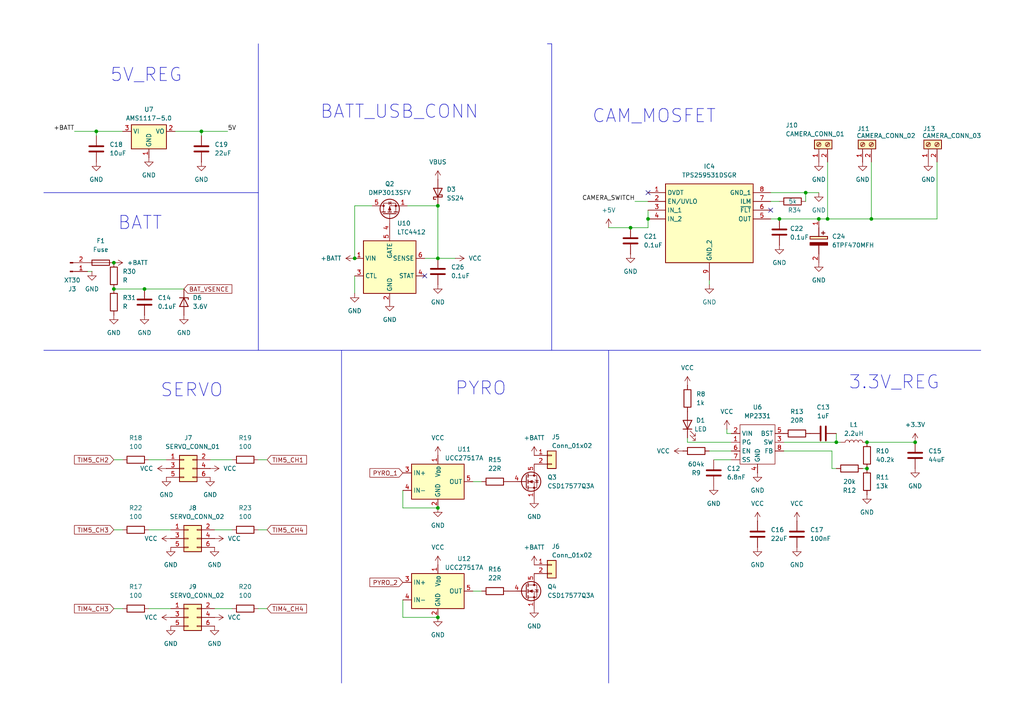
<source format=kicad_sch>
(kicad_sch (version 20250114) (generator "eeschema") (generator_version "9.0")
  (paper "A4")
  (lib_symbols
    (symbol "6TPF470MFH:6TPF470MFH" (pin_names (hide yes))
      (property "Reference" "C" (at 8.89 6.35 0))
      (property "Value" "6TPF470MFH" (at 8.89 3.81 0))
      (symbol "6TPF470MFH_1_1"
        (pin passive line (at 0 0 0) (length 2.54) (name "+") (number "1"))
        (pin passive line (at 12.7 0 180) (length 2.54) (name "-") (number "2"))
      )
    )
    (symbol "Connector:Conn_01x02_Pin" (pin_names (offset 1.016) (hide yes))
      (property "Reference" "J" (at 0 2.54 0))
      (property "Value" "Conn_01x02_Pin" (at 0 -5.08 0))
      (symbol "Conn_01x02_Pin_1_1"
        (pin passive line (at 5.08 0 180) (length 3.81) (name "Pin_1") (number "1"))
        (pin passive line (at 5.08 -2.54 180) (length 3.81) (name "Pin_2") (number "2"))
      )
    )
    (symbol "Connector:Screw_Terminal_01x02" (pin_names (offset 1.016) (hide yes))
      (property "Reference" "J" (at 0 2.54 0))
      (property "Value" "Screw_Terminal_01x02" (at 0 -5.08 0))
      (symbol "Screw_Terminal_01x02_1_1"
        (pin passive line (at -5.08 0 0) (length 3.81) (name "Pin_1") (number "1"))
        (pin passive line (at -5.08 -2.54 0) (length 3.81) (name "Pin_2") (number "2"))
      )
    )
    (symbol "Connector_Generic:Conn_01x02" (pin_names (offset 1.016) (hide yes))
      (property "Reference" "J" (at 0 2.54 0))
      (property "Value" "Conn_01x02" (at 0 -5.08 0))
      (symbol "Conn_01x02_1_1"
        (pin passive line (at -5.08 0 0) (length 3.81) (name "Pin_1") (number "1"))
        (pin passive line (at -5.08 -2.54 0) (length 3.81) (name "Pin_2") (number "2"))
      )
    )
    (symbol "Connector_Generic:Conn_02x03_Odd_Even" (pin_names (offset 1.016) (hide yes))
      (property "Reference" "J" (at 1.27 5.08 0))
      (property "Value" "Conn_02x03_Odd_Even" (at 1.27 -5.08 0))
      (symbol "Conn_02x03_Odd_Even_1_1"
        (pin passive line (at -5.08 2.54 0) (length 3.81) (name "Pin_1") (number "1"))
        (pin passive line (at -5.08 0 0) (length 3.81) (name "Pin_3") (number "3"))
        (pin passive line (at -5.08 -2.54 0) (length 3.81) (name "Pin_5") (number "5"))
        (pin passive line (at 7.62 2.54 180) (length 3.81) (name "Pin_2") (number "2"))
        (pin passive line (at 7.62 0 180) (length 3.81) (name "Pin_4") (number "4"))
        (pin passive line (at 7.62 -2.54 180) (length 3.81) (name "Pin_6") (number "6"))
      )
    )
    (symbol "Device:C" (pin_numbers (hide yes)) (pin_names (offset 0.254))
      (property "Reference" "C" (at 0.635 2.54 0))
      (property "Value" "C" (at 0.635 -2.54 0))
      (symbol "C_1_1"
        (pin passive line (at 0 3.81 270) (length 2.794) (name "~") (number "1"))
        (pin passive line (at 0 -3.81 90) (length 2.794) (name "~") (number "2"))
      )
    )
    (symbol "Device:D_Zener" (pin_numbers (hide yes)) (pin_names (offset 1.016) (hide yes))
      (property "Reference" "D" (at 0 2.54 0))
      (property "Value" "D_Zener" (at 0 -2.54 0))
      (symbol "D_Zener_1_1"
        (pin passive line (at -3.81 0 0) (length 2.54) (name "K") (number "1"))
        (pin passive line (at 3.81 0 180) (length 2.54) (name "A") (number "2"))
      )
    )
    (symbol "Device:Fuse" (pin_numbers (hide yes)) (pin_names (offset 0))
      (property "Reference" "F" (at 2.032 0 90))
      (property "Value" "Fuse" (at -1.905 0 90))
      (symbol "Fuse_1_1"
        (pin passive line (at 0 3.81 270) (length 1.27) (name "~") (number "1"))
        (pin passive line (at 0 -3.81 90) (length 1.27) (name "~") (number "2"))
      )
    )
    (symbol "Device:L" (pin_numbers (hide yes)) (pin_names (offset 1.016) (hide yes))
      (property "Reference" "L" (at -1.27 0 90))
      (property "Value" "L" (at 1.905 0 90))
      (symbol "L_1_1"
        (pin passive line (at 0 3.81 270) (length 1.27) (name "1") (number "1"))
        (pin passive line (at 0 -3.81 90) (length 1.27) (name "2") (number "2"))
      )
    )
    (symbol "Device:LED" (pin_numbers (hide yes)) (pin_names (offset 1.016) (hide yes))
      (property "Reference" "D" (at 0 2.54 0))
      (property "Value" "LED" (at 0 -2.54 0))
      (symbol "LED_1_1"
        (pin passive line (at -3.81 0 0) (length 2.54) (name "K") (number "1"))
        (pin passive line (at 3.81 0 180) (length 2.54) (name "A") (number "2"))
      )
    )
    (symbol "Device:R" (pin_numbers (hide yes)) (pin_names (offset 0))
      (property "Reference" "R" (at 2.032 0 90))
      (property "Value" "R" (at 0 0 90))
      (symbol "R_1_1"
        (pin passive line (at 0 3.81 270) (length 1.27) (name "~") (number "1"))
        (pin passive line (at 0 -3.81 90) (length 1.27) (name "~") (number "2"))
      )
    )
    (symbol "Diode:SS24" (pin_numbers (hide yes)) (pin_names (offset 1.016) (hide yes))
      (property "Reference" "D" (at 0 2.54 0))
      (property "Value" "SS24" (at 0 -2.54 0))
      (symbol "SS24_1_1"
        (pin passive line (at -3.81 0 0) (length 2.54) (name "K") (number "1"))
        (pin passive line (at 3.81 0 180) (length 2.54) (name "A") (number "2"))
      )
    )
    (symbol "Power_Management:LTC4412xS6"
      (property "Reference" "U" (at -6.35 8.89 0))
      (property "Value" "LTC4412xS6" (at 6.35 8.89 0))
      (symbol "LTC4412xS6_1_1"
        (pin power_in line (at -10.16 2.54 0) (length 2.54) (name "VIN") (number "1"))
        (pin input line (at -10.16 -2.54 0) (length 2.54) (name "CTL") (number "3"))
        (pin output line (at 0 10.16 270) (length 2.54) (name "GATE") (number "5"))
        (pin power_in line (at 0 -10.16 90) (length 2.54) (name "GND") (number "2"))
        (pin input line (at 10.16 2.54 180) (length 2.54) (name "SENSE") (number "6"))
        (pin open_collector line (at 10.16 -2.54 180) (length 2.54) (name "STAT") (number "4"))
      )
    )
    (symbol "Regulator_Linear:AMS1117-5.0"
      (property "Reference" "U" (at -3.81 3.175 0))
      (property "Value" "AMS1117-5.0" (at 0 3.175 0))
      (symbol "AMS1117-5.0_1_1"
        (pin power_in line (at -7.62 0 0) (length 2.54) (name "VI") (number "3"))
        (pin power_in line (at 0 -7.62 90) (length 2.54) (name "GND") (number "1"))
        (pin power_out line (at 7.62 0 180) (length 2.54) (name "VO") (number "2"))
      )
    )
    (symbol "TPS259531DSGR:TPS259531DSGR"
      (property "Reference" "IC" (at 31.75 7.62 0))
      (property "Value" "TPS259531DSGR" (at 31.75 5.08 0))
      (symbol "TPS259531DSGR_1_1"
        (pin passive line (at 0 0 0) (length 5.08) (name "DVDT") (number "1"))
        (pin passive line (at 0 -2.54 0) (length 5.08) (name "EN/UVLO") (number "2"))
        (pin passive line (at 0 -5.08 0) (length 5.08) (name "IN_1") (number "3"))
        (pin passive line (at 0 -7.62 0) (length 5.08) (name "IN_2") (number "4"))
        (pin passive line (at 17.78 -25.4 90) (length 5.08) (name "GND_2") (number "9"))
        (pin passive line (at 35.56 0 180) (length 5.08) (name "GND_1") (number "8"))
        (pin passive line (at 35.56 -2.54 180) (length 5.08) (name "ILM") (number "7"))
        (pin passive line (at 35.56 -5.08 180) (length 5.08) (name "~{FLT}") (number "6"))
        (pin passive line (at 35.56 -7.62 180) (length 5.08) (name "OUT") (number "5"))
      )
    )
    (symbol "Transistor_FET:CSD17577Q3A" (pin_names (offset 0) (hide yes))
      (property "Reference" "Q" (at 5.08 1.905 0))
      (property "Value" "CSD17577Q3A" (at 5.08 0 0))
      (symbol "CSD17577Q3A_1_1"
        (pin input line (at -5.08 0 0) (length 5.08) (name "G") (number "4"))
        (pin passive line (at 2.54 5.08 270) (length 2.54) (name "D") (number "5"))
        (pin passive line (at 2.54 -5.08 90) (length 2.54) (name "S") (number "1"))
        (pin passive line (at 2.54 -5.08 90) (length 2.54) (hide yes) (name "S") (number "2"))
        (pin passive line (at 2.54 -5.08 90) (length 2.54) (hide yes) (name "S") (number "3"))
      )
    )
    (symbol "Transistor_FET:DMP3013SFV" (pin_names (hide yes))
      (property "Reference" "Q" (at 5.08 1.905 0))
      (property "Value" "DMP3013SFV" (at 5.08 0 0))
      (symbol "DMP3013SFV_1_1"
        (pin passive line (at -5.08 0 0) (length 2.54) (name "G") (number "4"))
        (pin passive line (at 2.54 5.08 270) (length 2.54) (name "D") (number "5"))
        (pin passive line (at 2.54 -5.08 90) (length 2.54) (name "S") (number "1"))
        (pin passive line (at 2.54 -5.08 90) (length 2.54) (hide yes) (name "S") (number "2"))
        (pin passive line (at 2.54 -5.08 90) (length 2.54) (hide yes) (name "S") (number "3"))
      )
    )
    (symbol "library:MP2331"
      (property "Reference" "U" (at 0 0 0))
      (symbol "MP2331_1_1"
        (pin power_in line (at -7.62 -3.81 0) (length 2.54) (name "VIN") (number "2"))
        (pin open_collector line (at -7.62 -6.35 0) (length 2.54) (name "PG") (number "1"))
        (pin input line (at -7.62 -8.89 0) (length 2.54) (name "EN") (number "6"))
        (pin input line (at -7.62 -11.43 0) (length 2.54) (name "SS") (number "7"))
        (pin power_in line (at 0 -15.24 90) (length 2.54) (name "GND") (number "4"))
        (pin unspecified line (at 7.62 -3.81 180) (length 2.54) (name "BST") (number "5"))
        (pin power_in line (at 7.62 -6.35 180) (length 2.54) (name "SW") (number "3"))
        (pin input line (at 7.62 -8.89 180) (length 2.54) (name "FB") (number "8"))
      )
    )
    (symbol "library:UCC27517A"
      (property "Reference" "U" (at 5.08 6.35 0))
      (property "Value" "UCC27517A" (at 8.89 -6.35 0))
      (symbol "UCC27517A_1_1"
        (pin input line (at -10.16 2.54 0) (length 2.54) (name "IN+") (number "3"))
        (pin input line (at -10.16 -2.54 0) (length 2.54) (name "IN-") (number "4"))
        (pin power_in line (at 0 7.62 270) (length 2.54) (name "V_{DD}") (number "1"))
        (pin power_in line (at 0 -7.62 90) (length 2.54) (name "GND") (number "2"))
        (pin output line (at 10.16 0 180) (length 2.54) (name "OUT") (number "5"))
      )
    )
    (symbol "power:+3.3V" (power) (pin_numbers (hide yes)) (pin_names (offset 0) (hide yes))
      (property "Value" "+3.3V" (at 0 3.556 0))
      (symbol "+3.3V_1_1"
        (pin power_in line (at 0 0 90) (length 0) (name "~") (number "1"))
      )
    )
    (symbol "power:+5V" (power) (pin_numbers (hide yes)) (pin_names (offset 0) (hide yes))
      (property "Value" "+5V" (at 0 3.556 0))
      (symbol "+5V_1_1"
        (pin power_in line (at 0 0 90) (length 0) (name "~") (number "1"))
      )
    )
    (symbol "power:+BATT" (power) (pin_numbers (hide yes)) (pin_names (offset 0) (hide yes))
      (property "Value" "+BATT" (at 0 3.556 0))
      (symbol "+BATT_1_1"
        (pin power_in line (at 0 0 90) (length 0) (name "~") (number "1"))
      )
    )
    (symbol "power:GND" (power) (pin_numbers (hide yes)) (pin_names (offset 0) (hide yes))
      (property "Value" "GND" (at 0 -3.81 0))
      (symbol "GND_1_1"
        (pin power_in line (at 0 0 270) (length 0) (name "~") (number "1"))
      )
    )
    (symbol "power:VBUS" (power) (pin_numbers (hide yes)) (pin_names (offset 0) (hide yes))
      (property "Value" "VBUS" (at 0 3.556 0))
      (symbol "VBUS_1_1"
        (pin power_in line (at 0 0 90) (length 0) (name "~") (number "1"))
      )
    )
    (symbol "power:VCC" (power) (pin_numbers (hide yes)) (pin_names (offset 0) (hide yes))
      (property "Value" "VCC" (at 0 3.556 0))
      (symbol "VCC_1_1"
        (pin power_in line (at 0 0 90) (length 0) (name "~") (number "1"))
      )
    )
  )
  (text "SERVO" (at 55.626 113.284 0) (effects (font (size 3.81 3.81))))
  (text "PYRO" (at 139.446 112.776 0) (effects (font (size 3.81 3.81))))
  (text "BATT_USB_CONN" (at 115.824 32.512 0) (effects (font (size 3.81 3.81))))
  (text "5V_REG" (at 42.418 21.844 0) (effects (font (size 3.81 3.81))))
  (text "3.3V_REG" (at 259.334 110.998 0) (effects (font (size 3.81 3.81))))
  (text "BATT" (at 40.64 64.77 0) (effects (font (size 3.81 3.81))))
  (text "CAM_MOSFET" (at 189.738 33.782 0) (effects (font (size 3.81 3.81))))
  (junction (at 187.96 63.5))
  (junction (at 240.03 63.5))
  (junction (at 127 179.07))
  (junction (at 182.88 66.04))
  (junction (at 233.68 55.88))
  (junction (at 251.46 128.27))
  (junction (at 41.91 83.82))
  (junction (at 226.06 63.5))
  (junction (at 251.46 135.89))
  (junction (at 27.94 38.1))
  (junction (at 102.87 74.93))
  (junction (at 237.49 63.5))
  (junction (at 127 74.93))
  (junction (at 265.43 128.27))
  (junction (at 33.02 76.2))
  (junction (at 252.73 63.5))
  (junction (at 33.02 83.82))
  (junction (at 242.57 128.27))
  (junction (at 127 147.32))
  (junction (at 127 59.69))
  (junction (at 58.42 38.1))
  (no_connect (at 223.52 60.96))
  (no_connect (at 187.96 55.88))
  (no_connect (at 123.19 80.01))
  (wire (pts (xy 241.3 135.89) (xy 241.3 130.81)))
  (polyline (pts (xy 160.02 101.6) (xy 160.02 12.7)))
  (wire (pts (xy 226.06 63.5) (xy 237.49 63.5)))
  (wire (pts (xy 107.95 59.69) (xy 102.87 59.69)))
  (wire (pts (xy 132.08 74.93) (xy 127 74.93)))
  (polyline (pts (xy 176.53 101.6) (xy 176.53 198.12)))
  (wire (pts (xy 43.18 133.35) (xy 48.26 133.35)))
  (wire (pts (xy 21.59 38.1) (xy 27.94 38.1)))
  (polyline (pts (xy 158.75 12.7) (xy 160.02 12.7)))
  (wire (pts (xy 205.74 130.81) (xy 212.09 130.81)))
  (wire (pts (xy 184.15 58.42) (xy 187.96 58.42)))
  (wire (pts (xy 223.52 55.88) (xy 233.68 55.88)))
  (wire (pts (xy 33.02 133.35) (xy 35.56 133.35)))
  (wire (pts (xy 176.53 66.04) (xy 182.88 66.04)))
  (polyline (pts (xy 12.7 55.88) (xy 74.93 55.88)))
  (wire (pts (xy 127 59.69) (xy 127 74.93)))
  (wire (pts (xy 271.78 63.5) (xy 252.73 63.5)))
  (polyline (pts (xy 74.93 12.7) (xy 74.93 55.88)))
  (wire (pts (xy 250.19 135.89) (xy 251.46 135.89)))
  (wire (pts (xy 102.87 80.01) (xy 102.87 85.09)))
  (wire (pts (xy 33.02 153.67) (xy 35.56 153.67)))
  (polyline (pts (xy 176.53 101.6) (xy 284.48 101.6)))
  (polyline (pts (xy 12.7 101.6) (xy 99.06 101.6)))
  (wire (pts (xy 74.93 153.67) (xy 77.47 153.67)))
  (wire (pts (xy 240.03 63.5) (xy 252.73 63.5)))
  (wire (pts (xy 74.93 133.35) (xy 77.47 133.35)))
  (wire (pts (xy 116.84 142.24) (xy 116.84 147.32)))
  (wire (pts (xy 62.23 153.67) (xy 67.31 153.67)))
  (wire (pts (xy 116.84 173.99) (xy 116.84 179.07)))
  (polyline (pts (xy 99.06 198.12) (xy 99.06 101.6)))
  (wire (pts (xy 227.33 128.27) (xy 242.57 128.27)))
  (wire (pts (xy 227.33 130.81) (xy 241.3 130.81)))
  (wire (pts (xy 223.52 63.5) (xy 226.06 63.5)))
  (wire (pts (xy 60.96 133.35) (xy 67.31 133.35)))
  (wire (pts (xy 252.73 46.99) (xy 252.73 63.5)))
  (wire (pts (xy 137.16 139.7) (xy 139.7 139.7)))
  (wire (pts (xy 41.91 83.82) (xy 53.34 83.82)))
  (wire (pts (xy 43.18 153.67) (xy 49.53 153.67)))
  (wire (pts (xy 58.42 38.1) (xy 66.04 38.1)))
  (wire (pts (xy 210.82 125.73) (xy 212.09 125.73)))
  (wire (pts (xy 137.16 171.45) (xy 139.7 171.45)))
  (wire (pts (xy 187.96 66.04) (xy 187.96 63.5)))
  (wire (pts (xy 27.94 38.1) (xy 35.56 38.1)))
  (wire (pts (xy 242.57 125.73) (xy 242.57 128.27)))
  (wire (pts (xy 233.68 55.88) (xy 237.49 55.88)))
  (wire (pts (xy 62.23 176.53) (xy 67.31 176.53)))
  (wire (pts (xy 242.57 128.27) (xy 243.84 128.27)))
  (wire (pts (xy 58.42 38.1) (xy 58.42 39.37)))
  (wire (pts (xy 33.02 176.53) (xy 35.56 176.53)))
  (wire (pts (xy 207.01 133.35) (xy 212.09 133.35)))
  (wire (pts (xy 237.49 63.5) (xy 240.03 63.5)))
  (polyline (pts (xy 99.06 101.6) (xy 176.53 101.6)))
  (wire (pts (xy 26.67 78.74) (xy 25.4 78.74)))
  (wire (pts (xy 199.39 128.27) (xy 199.39 127)))
  (wire (pts (xy 240.03 46.99) (xy 240.03 63.5)))
  (wire (pts (xy 50.8 38.1) (xy 58.42 38.1)))
  (wire (pts (xy 33.02 83.82) (xy 41.91 83.82)))
  (wire (pts (xy 116.84 147.32) (xy 127 147.32)))
  (wire (pts (xy 187.96 63.5) (xy 187.96 60.96)))
  (wire (pts (xy 43.18 176.53) (xy 49.53 176.53)))
  (polyline (pts (xy 74.93 101.6) (xy 74.93 55.88)))
  (wire (pts (xy 205.74 81.28) (xy 205.74 82.55)))
  (wire (pts (xy 223.52 58.42) (xy 226.06 58.42)))
  (wire (pts (xy 118.11 59.69) (xy 127 59.69)))
  (wire (pts (xy 271.78 46.99) (xy 271.78 63.5)))
  (wire (pts (xy 27.94 39.37) (xy 27.94 38.1)))
  (wire (pts (xy 116.84 179.07) (xy 127 179.07)))
  (wire (pts (xy 74.93 176.53) (xy 77.47 176.53)))
  (wire (pts (xy 242.57 135.89) (xy 241.3 135.89)))
  (wire (pts (xy 127 74.93) (xy 123.19 74.93)))
  (wire (pts (xy 233.68 55.88) (xy 233.68 58.42)))
  (wire (pts (xy 210.82 124.46) (xy 210.82 125.73)))
  (wire (pts (xy 182.88 66.04) (xy 187.96 66.04)))
  (wire (pts (xy 199.39 128.27) (xy 212.09 128.27)))
  (wire (pts (xy 102.87 59.69) (xy 102.87 74.93)))
  (wire (pts (xy 265.43 128.27) (xy 251.46 128.27)))
  (label "+BATT" (at 21.59 38.1 180))
  (label "5V" (at 66.04 38.1 0))
  (label "CAMERA_SWITCH" (at 184.15 58.42 180))
  (global_label "TIM4_CH3" (shape input) (at 33.02 176.53 180) (property "Intersheetrefs" "${INTERSHEET_REFS}" (effects (hide yes))))
  (global_label "PYRO_2" (shape input) (at 116.84 168.91 180) (property "Intersheetrefs" "${INTERSHEET_REFS}" (effects (hide yes))))
  (global_label "TIM5_CH2" (shape input) (at 33.02 133.35 180) (property "Intersheetrefs" "${INTERSHEET_REFS}" (effects (hide yes))))
  (global_label "BAT_VSENCE" (shape input) (at 53.34 83.82 0) (property "Intersheetrefs" "${INTERSHEET_REFS}" (effects (hide yes))))
  (global_label "TIM5_CH3" (shape input) (at 33.02 153.67 180) (property "Intersheetrefs" "${INTERSHEET_REFS}" (effects (hide yes))))
  (global_label "TIM5_CH1" (shape input) (at 77.47 133.35 0) (property "Intersheetrefs" "${INTERSHEET_REFS}" (effects (hide yes))))
  (global_label "TIM4_CH4" (shape input) (at 77.47 176.53 0) (property "Intersheetrefs" "${INTERSHEET_REFS}" (effects (hide yes))))
  (global_label "PYRO_1" (shape input) (at 116.84 137.16 180) (property "Intersheetrefs" "${INTERSHEET_REFS}" (effects (hide yes))))
  (global_label "TIM5_CH4" (shape input) (at 77.47 153.67 0) (property "Intersheetrefs" "${INTERSHEET_REFS}" (effects (hide yes))))
  (symbol (lib_id "Connector_Generic:Conn_02x03_Odd_Even") (at 54.61 179.07 0) (unit 1)
    (property "Reference" "J9" (at 55.88 170.18 0))
    (property "Value" "SERVO_CONN_02" (at 57.15 172.72 0))
    (property "Footprint" "Connector_PinHeader_2.54mm:PinHeader_2x03_P2.54mm_Vertical" (effects (hide yes)))
    (property "Description" "Generic connector, double row, 02x03, odd/even pin numbering scheme (row 1 odd numbers, row 2 even numbers), script generated (kicad-library-utils/schlib/autogen/connector/)" (effects (hide yes)))
    (property "MPN" "90131-0763" (effects (hide yes)))
    (property "Manufacturer" "Molex" (effects (hide yes)))
  )
  (symbol (lib_id "power:GND") (at 205.74 82.55 0) (unit 1)
    (property "Reference" "#PWR067" (effects (hide yes)))
    (property "Value" "GND" (at 205.74 87.63 0))
    (property "Description" "Power symbol creates a global label with name \"GND\" , ground" (effects (hide yes)))
  )
  (symbol (lib_id "power:GND") (at 237.49 46.99 0) (unit 1)
    (property "Reference" "#PWR072" (effects (hide yes)))
    (property "Value" "GND" (at 237.49 52.07 0))
    (property "Description" "Power symbol creates a global label with name \"GND\" , ground" (effects (hide yes)))
  )
  (symbol (lib_id "power:+BATT") (at 102.87 74.93 90) (unit 1)
    (property "Reference" "#PWR079" (effects (hide yes)))
    (property "Value" "+BATT" (at 99.06 74.9299 90) (effects (justify left)))
    (property "Description" "Power symbol creates a global label with name \"+BATT\"" (effects (hide yes)))
  )
  (symbol (lib_id "Connector_Generic:Conn_01x02") (at 160.02 132.08 0) (unit 1)
    (property "Reference" "J5" (at 160.02 126.746 0) (effects (justify left)))
    (property "Value" "Conn_01x02" (at 160.02 129.286 0) (effects (justify left)))
    (property "Footprint" "TerminalBlock_4Ucon:TerminalBlock_4Ucon_1x02_P3.50mm_Vertical" (effects (hide yes)))
    (property "Description" "Generic connector, single row, 01x02, script generated (kicad-library-utils/schlib/autogen/connector/)" (effects (hide yes)))
    (property "MPN" "284514-2" (effects (hide yes)))
    (property "Manufacturer" "TE Connectivity" (effects (hide yes)))
  )
  (symbol (lib_id "power:GND") (at 265.43 135.89 0) (unit 1)
    (property "Reference" "#PWR052" (effects (hide yes)))
    (property "Value" "GND" (at 265.43 140.97 0))
    (property "Description" "Power symbol creates a global label with name \"GND\" , ground" (effects (hide yes)))
  )
  (symbol (lib_id "power:+5V") (at 132.08 74.93 270) (unit 1)
    (property "Reference" "#PWR078" (effects (hide yes)))
    (property "Value" "VCC" (at 135.89 74.9299 90) (effects (justify left)))
    (property "Description" "Power symbol creates a global label with name \"+5V\"" (effects (hide yes)))
  )
  (symbol (lib_id "TPS259531DSGR:TPS259531DSGR") (at 187.96 55.88 0) (unit 1)
    (property "Reference" "IC4" (at 205.74 48.26 0))
    (property "Value" "TPS259531DSGR" (at 205.74 50.8 0))
    (property "Footprint" "SON50P200X200X80-9N" (effects (hide yes)))
    (property "Datasheet" "http://www.ti.com/lit/gpn/tps2595" (effects (hide yes)))
    (property "Description" "2.7V to 18V, 4A, 34m eFuse With Fast Overvoltage Protection" (effects (hide yes)))
    (property "Height" "0.8" (effects (hide yes)))
    (property "Mouser Part Number" "595-TPS259531DSGR" (effects (hide yes)))
    (property "Mouser Price/Stock" "https://www.mouser.co.uk/ProductDetail/Texas-Instruments/TPS259531DSGR?qs=W0yvOO0ixfFOm0h4f9VLKw%3D%3D" (effects (hide yes)))
    (property "Manufacturer_Name" "Texas Instruments" (effects (hide yes)))
    (property "Manufacturer_Part_Number" "TPS259531DSGR" (effects (hide yes)))
    (property "MPN" "TPS259531DSGR" (effects (hide yes)))
    (property "Manufacturer" "Texas Instruments" (effects (hide yes)))
  )
  (symbol (lib_id "power:+BATT") (at 154.94 132.08 0) (mirror y) (unit 1)
    (property "Reference" "#PWR050" (effects (hide yes)))
    (property "Value" "+BATT" (at 154.94 127 0))
    (property "Description" "Power symbol creates a global label with name \"+BATT\"" (effects (hide yes)))
  )
  (symbol (lib_id "Device:R") (at 71.12 133.35 90) (unit 1)
    (property "Reference" "R19" (at 71.12 127 90))
    (property "Value" "100" (at 71.12 129.54 90))
    (property "Footprint" "Resistor_SMD:R_0402_1005Metric" (effects (hide yes)))
    (property "Description" "Resistor" (effects (hide yes)))
    (property "MPN" "RC1206FR-07100RL" (effects (hide yes)))
    (property "Manufacturer" "Yageo" (effects (hide yes)))
  )
  (symbol (lib_id "power:VCC") (at 210.82 124.46 0) (unit 1)
    (property "Reference" "#PWR041" (effects (hide yes)))
    (property "Value" "VCC" (at 210.82 119.38 0))
    (property "Description" "Power symbol creates a global label with name \"VCC\"" (effects (hide yes)))
  )
  (symbol (lib_id "Device:C") (at 58.42 43.18 0) (unit 1)
    (property "Reference" "C19" (at 62.23 41.9099 0) (effects (justify left)))
    (property "Value" "22uF" (at 62.23 44.4499 0) (effects (justify left)))
    (property "Footprint" "Capacitor_SMD:C_0603_1608Metric" (effects (hide yes)))
    (property "Description" "Unpolarized capacitor" (effects (hide yes)))
  )
  (symbol (lib_id "power:GND") (at 26.67 78.74 0) (unit 1)
    (property "Reference" "#PWR044" (effects (hide yes)))
    (property "Value" "GND" (at 26.67 83.82 0))
    (property "Description" "Power symbol creates a global label with name \"GND\" , ground" (effects (hide yes)))
  )
  (symbol (lib_id "Device:R") (at 231.14 125.73 90) (unit 1)
    (property "Reference" "R13" (at 231.14 119.38 90))
    (property "Value" "20R" (at 231.14 121.92 90))
    (property "Footprint" "Resistor_SMD:R_0603_1608Metric" (effects (hide yes)))
    (property "Description" "Resistor" (effects (hide yes)))
  )
  (symbol (lib_id "power:VCC") (at 231.14 151.13 0) (unit 1)
    (property "Reference" "#PWR056" (effects (hide yes)))
    (property "Value" "VCC" (at 231.14 146.05 0))
    (property "Description" "Power symbol creates a global label with name \"VCC\"" (effects (hide yes)))
  )
  (symbol (lib_id "Device:C") (at 27.94 43.18 0) (unit 1)
    (property "Reference" "C18" (at 31.75 41.9099 0) (effects (justify left)))
    (property "Value" "10uF" (at 31.75 44.4499 0) (effects (justify left)))
    (property "Footprint" "Capacitor_SMD:C_0603_1608Metric" (effects (hide yes)))
    (property "Description" "Unpolarized capacitor" (effects (hide yes)))
  )
  (symbol (lib_id "Transistor_FET:DMP3013SFV") (at 113.03 62.23 90) (unit 1)
    (property "Reference" "Q2" (at 113.03 53.34 90))
    (property "Value" "DMP3013SFV" (at 113.03 55.88 90))
    (property "Footprint" "Package_SON:Diodes_PowerDI3333-8" (effects (hide yes)))
    (property "Datasheet" "https://www.diodes.com/assets/Datasheets/DMP3013SFV.pdf" (effects (hide yes)))
    (property "Description" "-12A Id, -30V Vds, P-Channel Power MOSFET, 9.5mOhm Ron, 33.7nC Qg (typ), PowerDI3333-8" (effects (hide yes)))
  )
  (symbol (lib_id "Connector:Screw_Terminal_01x02") (at 269.24 41.91 90) (unit 1)
    (property "Reference" "J13" (at 267.716 37.338 90) (effects (justify right)))
    (property "Value" "CAMERA_CONN_03" (at 267.462 39.37 90) (effects (justify right)))
    (property "Footprint" "TerminalBlock_4Ucon:TerminalBlock_4Ucon_1x02_P3.50mm_Vertical" (effects (hide yes)))
    (property "Description" "Generic screw terminal, single row, 01x02, script generated (kicad-library-utils/schlib/autogen/connector/)" (effects (hide yes)))
    (property "MPN" "284514-2" (effects (hide yes)))
    (property "Manufacturer" "TE Connectivity" (effects (hide yes)))
  )
  (symbol (lib_id "Power_Management:LTC4412xS6") (at 113.03 77.47 0) (unit 1)
    (property "Reference" "U10" (at 115.1733 64.77 0) (effects (justify left)))
    (property "Value" "LTC4412" (at 115.1733 67.31 0) (effects (justify left)))
    (property "Footprint" "Package_TO_SOT_SMD:TSOT-23-6" (effects (hide yes)))
    (property "Datasheet" "https://www.analog.com/media/en/technical-documentation/data-sheets/4412fb.pdf" (effects (hide yes)))
    (property "Description" "Low Loss PowerPath Controller, TSOT-23-6" (effects (hide yes)))
  )
  (symbol (lib_id "Device:R") (at 251.46 139.7 0) (unit 1)
    (property "Reference" "R11" (at 254 138.4299 0) (effects (justify left)))
    (property "Value" "13k" (at 254 140.9699 0) (effects (justify left)))
    (property "Footprint" "Resistor_SMD:R_0603_1608Metric" (effects (hide yes)))
    (property "Description" "Resistor" (effects (hide yes)))
  )
  (symbol (lib_id "Device:C") (at 41.91 87.63 0) (unit 1)
    (property "Reference" "C14" (at 45.72 86.3599 0) (effects (justify left)))
    (property "Value" "0.1uF" (at 45.72 88.8999 0) (effects (justify left)))
    (property "Footprint" "Capacitor_SMD:C_0603_1608Metric" (effects (hide yes)))
    (property "Description" "Unpolarized capacitor" (effects (hide yes)))
  )
  (symbol (lib_id "Connector_Generic:Conn_01x02") (at 160.02 163.83 0) (unit 1)
    (property "Reference" "J6" (at 160.02 158.496 0) (effects (justify left)))
    (property "Value" "Conn_01x02" (at 160.02 161.036 0) (effects (justify left)))
    (property "Footprint" "TerminalBlock_4Ucon:TerminalBlock_4Ucon_1x02_P3.50mm_Vertical" (effects (hide yes)))
    (property "Description" "Generic connector, single row, 01x02, script generated (kicad-library-utils/schlib/autogen/connector/)" (effects (hide yes)))
    (property "MPN" "284514-2" (effects (hide yes)))
    (property "Manufacturer" "TE Connectivity" (effects (hide yes)))
  )
  (symbol (lib_id "Connector:Screw_Terminal_01x02") (at 237.49 41.91 90) (unit 1)
    (property "Reference" "J10" (at 227.838 36.322 90) (effects (justify right)))
    (property "Value" "CAMERA_CONN_01" (at 227.838 38.862 90) (effects (justify right)))
    (property "Footprint" "TerminalBlock_4Ucon:TerminalBlock_4Ucon_1x02_P3.50mm_Vertical" (effects (hide yes)))
    (property "Description" "Generic screw terminal, single row, 01x02, script generated (kicad-library-utils/schlib/autogen/connector/)" (effects (hide yes)))
    (property "MPN" "284514-2" (effects (hide yes)))
    (property "Manufacturer" "TE Connectivity" (effects (hide yes)))
  )
  (symbol (lib_id "power:VCC") (at 60.96 135.89 270) (unit 1)
    (property "Reference" "#PWR0108" (effects (hide yes)))
    (property "Value" "VCC" (at 64.77 135.8899 90) (effects (justify left)))
    (property "Description" "Power symbol creates a global label with name \"VCC\"" (effects (hide yes)))
  )
  (symbol (lib_id "power:GND") (at 237.49 76.2 0) (unit 1)
    (property "Reference" "#PWR0136" (effects (hide yes)))
    (property "Value" "GND" (at 237.49 81.28 0))
    (property "Description" "Power symbol creates a global label with name \"GND\" , ground" (effects (hide yes)))
  )
  (symbol (lib_id "power:GND") (at 207.01 140.97 0) (unit 1)
    (property "Reference" "#PWR046" (effects (hide yes)))
    (property "Value" "GND" (at 207.01 146.05 0))
    (property "Description" "Power symbol creates a global label with name \"GND\" , ground" (effects (hide yes)))
  )
  (symbol (lib_id "Diode:SS24") (at 127 55.88 90) (unit 1)
    (property "Reference" "D3" (at 129.54 54.9274 90) (effects (justify right)))
    (property "Value" "SS24" (at 129.54 57.4674 90) (effects (justify right)))
    (property "Footprint" "Diode_SMD:D_SMA" (effects (hide yes)))
    (property "Datasheet" "https://www.vishay.com/docs/88748/ss22.pdf" (effects (hide yes)))
    (property "Description" "40V 2A Schottky Diode, SMA" (effects (hide yes)))
  )
  (symbol (lib_id "power:GND") (at 127 179.07 0) (unit 1)
    (property "Reference" "#PWR0104" (effects (hide yes)))
    (property "Value" "GND" (at 127 184.15 0))
    (property "Description" "Power symbol creates a global label with name \"GND\" , ground" (effects (hide yes)))
  )
  (symbol (lib_id "Device:C") (at 226.06 67.31 0) (unit 1)
    (property "Reference" "C22" (at 229.108 66.294 0) (effects (justify left)))
    (property "Value" "0.1uF" (at 229.108 68.834 0) (effects (justify left)))
    (property "Footprint" "Capacitor_SMD:C_0402_1005Metric" (effects (hide yes)))
    (property "Description" "Unpolarized capacitor" (effects (hide yes)))
    (property "MPN" "C0402C104K4RAC7411" (effects (hide yes)))
    (property "Manufacturer" "KEMET" (effects (hide yes)))
  )
  (symbol (lib_id "Device:R") (at 39.37 176.53 90) (unit 1)
    (property "Reference" "R17" (at 39.37 170.18 90))
    (property "Value" "100" (at 39.37 172.72 90))
    (property "Footprint" "Resistor_SMD:R_0402_1005Metric" (effects (hide yes)))
    (property "Description" "Resistor" (effects (hide yes)))
    (property "MPN" "RC1206FR-07100RL" (effects (hide yes)))
    (property "Manufacturer" "Yageo" (effects (hide yes)))
  )
  (symbol (lib_id "Device:C") (at 127 78.74 0) (unit 1)
    (property "Reference" "C26" (at 130.81 77.4699 0) (effects (justify left)))
    (property "Value" "0.1uF" (at 130.81 80.0099 0) (effects (justify left)))
    (property "Footprint" "Capacitor_SMD:C_0603_1608Metric" (effects (hide yes)))
    (property "Description" "Unpolarized capacitor" (effects (hide yes)))
  )
  (symbol (lib_id "power:GND") (at 62.23 158.75 0) (unit 1)
    (property "Reference" "#PWR0112" (effects (hide yes)))
    (property "Value" "GND" (at 62.23 163.83 0))
    (property "Description" "Power symbol creates a global label with name \"GND\" , ground" (effects (hide yes)))
  )
  (symbol (lib_id "Device:C") (at 182.88 69.85 0) (unit 1)
    (property "Reference" "C21" (at 186.69 68.5799 0) (effects (justify left)))
    (property "Value" "0.1uF" (at 186.69 71.1199 0) (effects (justify left)))
    (property "Footprint" "Capacitor_SMD:C_0402_1005Metric" (effects (hide yes)))
    (property "Description" "Unpolarized capacitor" (effects (hide yes)))
    (property "MPN" "C0402C104K4RAC7411" (effects (hide yes)))
    (property "Manufacturer" "KEMET" (effects (hide yes)))
  )
  (symbol (lib_id "library:MP2331") (at 219.71 121.92 0) (unit 1)
    (property "Reference" "U6" (at 219.71 118.11 0))
    (property "Value" "MP2331" (at 219.71 120.65 0))
    (property "Footprint" "Package_TO_SOT_SMD:SOT-583-8" (effects (hide yes)))
  )
  (symbol (lib_id "power:GND") (at 154.94 144.78 0) (unit 1)
    (property "Reference" "#PWR0101" (effects (hide yes)))
    (property "Value" "GND" (at 154.94 149.86 0))
    (property "Description" "Power symbol creates a global label with name \"GND\" , ground" (effects (hide yes)))
  )
  (symbol (lib_id "power:VCC") (at 219.71 151.13 0) (unit 1)
    (property "Reference" "#PWR045" (effects (hide yes)))
    (property "Value" "VCC" (at 219.71 146.05 0))
    (property "Description" "Power symbol creates a global label with name \"VCC\"" (effects (hide yes)))
  )
  (symbol (lib_id "power:+5V") (at 176.53 66.04 0) (unit 1)
    (property "Reference" "#PWR064" (effects (hide yes)))
    (property "Value" "+5V" (at 176.53 60.96 0))
    (property "Description" "Power symbol creates a global label with name \"+5V\"" (effects (hide yes)))
  )
  (symbol (lib_id "power:GND") (at 49.53 158.75 0) (unit 1)
    (property "Reference" "#PWR0110" (effects (hide yes)))
    (property "Value" "GND" (at 49.53 163.83 0))
    (property "Description" "Power symbol creates a global label with name \"GND\" , ground" (effects (hide yes)))
  )
  (symbol (lib_id "Device:R") (at 229.87 58.42 90) (unit 1)
    (property "Reference" "R34" (at 232.41 60.96 90) (effects (justify left)))
    (property "Value" "5k" (at 231.14 58.42 90) (effects (justify left)))
    (property "Footprint" "Resistor_SMD:R_0402_1005Metric" (effects (hide yes)))
    (property "Description" "Resistor" (effects (hide yes)))
    (property "MPN" "RC0402FR-075K76L " (effects (hide yes)))
    (property "Manufacturer" "Yageo" (effects (hide yes)))
  )
  (symbol (lib_id "Device:R") (at 33.02 80.01 0) (unit 1)
    (property "Reference" "R30" (at 35.56 78.7399 0) (effects (justify left)))
    (property "Value" "R" (at 35.56 81.2799 0) (effects (justify left)))
    (property "Footprint" "Resistor_SMD:R_0603_1608Metric" (effects (hide yes)))
    (property "Description" "Resistor" (effects (hide yes)))
  )
  (symbol (lib_id "Device:R") (at 39.37 153.67 90) (unit 1)
    (property "Reference" "R22" (at 39.37 147.32 90))
    (property "Value" "100" (at 39.37 149.86 90))
    (property "Footprint" "Resistor_SMD:R_0402_1005Metric" (effects (hide yes)))
    (property "Description" "Resistor" (effects (hide yes)))
    (property "MPN" "RC1206FR-07100RL" (effects (hide yes)))
    (property "Manufacturer" "Yageo" (effects (hide yes)))
  )
  (symbol (lib_id "power:GND") (at 231.14 158.75 0) (unit 1)
    (property "Reference" "#PWR058" (effects (hide yes)))
    (property "Value" "GND" (at 231.14 163.83 0))
    (property "Description" "Power symbol creates a global label with name \"GND\" , ground" (effects (hide yes)))
  )
  (symbol (lib_id "Device:R") (at 251.46 132.08 0) (unit 1)
    (property "Reference" "R10" (at 254 130.8099 0) (effects (justify left)))
    (property "Value" "40.2k" (at 254 133.3499 0) (effects (justify left)))
    (property "Footprint" "Resistor_SMD:R_0603_1608Metric" (effects (hide yes)))
    (property "Description" "Resistor" (effects (hide yes)))
  )
  (symbol (lib_id "power:GND") (at 27.94 46.99 0) (unit 1)
    (property "Reference" "#PWR060" (effects (hide yes)))
    (property "Value" "GND" (at 27.94 52.07 0))
    (property "Description" "Power symbol creates a global label with name \"GND\" , ground" (effects (hide yes)))
  )
  (symbol (lib_id "power:GND") (at 219.71 137.16 0) (unit 1)
    (property "Reference" "#PWR043" (effects (hide yes)))
    (property "Value" "GND" (at 219.71 142.24 0))
    (property "Description" "Power symbol creates a global label with name \"GND\" , ground" (effects (hide yes)))
  )
  (symbol (lib_id "Device:C") (at 238.76 125.73 90) (unit 1)
    (property "Reference" "C13" (at 238.76 118.11 90))
    (property "Value" "1uF" (at 238.76 120.65 90))
    (property "Footprint" "Capacitor_SMD:C_0603_1608Metric" (effects (hide yes)))
    (property "Description" "Unpolarized capacitor" (effects (hide yes)))
  )
  (symbol (lib_id "Transistor_FET:CSD17577Q3A") (at 152.4 171.45 0) (unit 1)
    (property "Reference" "Q4" (at 158.75 170.1799 0) (effects (justify left)))
    (property "Value" "CSD17577Q3A" (at 158.75 172.7199 0) (effects (justify left)))
    (property "Footprint" "Package_SON:VSON-8_3.3x3.3mm_P0.65mm_NexFET" (effects (hide yes)))
    (property "Datasheet" "https://www.ti.com/lit/ds/symlink/csd17577q3a.pdf" (effects (hide yes)))
    (property "Description" "35A Id, 30V Vds, NexFET N-Channel Power MOSFET, 4.0mOhm Ron, Qg Typ 12nC, VSON-8 3.3x3.3mm" (effects (hide yes)))
  )
  (symbol (lib_id "Device:R") (at 39.37 133.35 90) (unit 1)
    (property "Reference" "R18" (at 39.37 127 90))
    (property "Value" "100" (at 39.37 129.54 90))
    (property "Footprint" "Resistor_SMD:R_0402_1005Metric" (effects (hide yes)))
    (property "Description" "Resistor" (effects (hide yes)))
  )
  (symbol (lib_id "Connector_Generic:Conn_02x03_Odd_Even") (at 53.34 135.89 0) (unit 1)
    (property "Reference" "J7" (at 54.61 127 0))
    (property "Value" "SERVO_CONN_01" (at 55.88 129.54 0))
    (property "Footprint" "Connector_PinHeader_2.54mm:PinHeader_2x03_P2.54mm_Vertical" (effects (hide yes)))
    (property "Description" "Generic connector, double row, 02x03, odd/even pin numbering scheme (row 1 odd numbers, row 2 even numbers), script generated (kicad-library-utils/schlib/autogen/connector/)" (effects (hide yes)))
    (property "MPN" "90131-0763" (effects (hide yes)))
    (property "Manufacturer" "Molex" (effects (hide yes)))
  )
  (symbol (lib_id "power:GND") (at 43.18 45.72 0) (unit 1)
    (property "Reference" "#PWR057" (effects (hide yes)))
    (property "Value" "GND" (at 43.18 50.8 0))
    (property "Description" "Power symbol creates a global label with name \"GND\" , ground" (effects (hide yes)))
  )
  (symbol (lib_id "power:VCC") (at 198.12 130.81 90) (unit 1)
    (property "Reference" "#PWR042" (effects (hide yes)))
    (property "Value" "VCC" (at 194.31 130.8099 90) (effects (justify left)))
    (property "Description" "Power symbol creates a global label with name \"VCC\"" (effects (hide yes)))
  )
  (symbol (lib_id "Device:R") (at 201.93 130.81 90) (unit 1)
    (property "Reference" "R9" (at 201.93 137.16 90))
    (property "Value" "604k" (at 201.93 134.62 90))
    (property "Footprint" "Resistor_SMD:R_0603_1608Metric" (effects (hide yes)))
    (property "Description" "Resistor" (effects (hide yes)))
  )
  (symbol (lib_id "Device:C") (at 207.01 137.16 0) (unit 1)
    (property "Reference" "C12" (at 210.82 135.8899 0) (effects (justify left)))
    (property "Value" "6.8nF" (at 210.82 138.4299 0) (effects (justify left)))
    (property "Footprint" "Capacitor_SMD:C_0603_1608Metric" (effects (hide yes)))
    (property "Description" "Unpolarized capacitor" (effects (hide yes)))
  )
  (symbol (lib_id "power:VCC") (at 127 132.08 0) (unit 1)
    (property "Reference" "#PWR0100" (effects (hide yes)))
    (property "Value" "VCC" (at 127 127 0))
    (property "Description" "Power symbol creates a global label with name \"VCC\"" (effects (hide yes)))
  )
  (symbol (lib_id "power:GND") (at 251.46 143.51 0) (unit 1)
    (property "Reference" "#PWR051" (effects (hide yes)))
    (property "Value" "GND" (at 251.46 148.59 0))
    (property "Description" "Power symbol creates a global label with name \"GND\" , ground" (effects (hide yes)))
  )
  (symbol (lib_id "power:GND") (at 62.23 181.61 0) (unit 1)
    (property "Reference" "#PWR049" (effects (hide yes)))
    (property "Value" "GND" (at 62.23 186.69 0))
    (property "Description" "Power symbol creates a global label with name \"GND\" , ground" (effects (hide yes)))
  )
  (symbol (lib_id "Device:D_Zener") (at 53.34 87.63 270) (unit 1)
    (property "Reference" "D6" (at 55.88 86.3599 90) (effects (justify left)))
    (property "Value" "3.6V" (at 55.88 88.8999 90) (effects (justify left)))
    (property "Footprint" "Diode_SMD:D_SOD-128" (effects (hide yes)))
    (property "Description" "Zener diode" (effects (hide yes)))
  )
  (symbol (lib_id "Device:C") (at 231.14 154.94 0) (unit 1)
    (property "Reference" "C17" (at 234.95 153.6699 0) (effects (justify left)))
    (property "Value" "100nF" (at 234.95 156.2099 0) (effects (justify left)))
    (property "Footprint" "Capacitor_SMD:C_0603_1608Metric" (effects (hide yes)))
    (property "Description" "Unpolarized capacitor" (effects (hide yes)))
  )
  (symbol (lib_id "Transistor_FET:CSD17577Q3A") (at 152.4 139.7 0) (unit 1)
    (property "Reference" "Q3" (at 158.75 138.4299 0) (effects (justify left)))
    (property "Value" "CSD17577Q3A" (at 158.75 140.9699 0) (effects (justify left)))
    (property "Footprint" "Package_SON:VSON-8_3.3x3.3mm_P0.65mm_NexFET" (effects (hide yes)))
    (property "Datasheet" "https://www.ti.com/lit/ds/symlink/csd17577q3a.pdf" (effects (hide yes)))
    (property "Description" "35A Id, 30V Vds, NexFET N-Channel Power MOSFET, 4.0mOhm Ron, Qg Typ 12nC, VSON-8 3.3x3.3mm" (effects (hide yes)))
  )
  (symbol (lib_id "power:GND") (at 102.87 85.09 0) (unit 1)
    (property "Reference" "#PWR074" (effects (hide yes)))
    (property "Value" "GND" (at 102.87 90.17 0))
    (property "Description" "Power symbol creates a global label with name \"GND\" , ground" (effects (hide yes)))
  )
  (symbol (lib_id "power:VCC") (at 48.26 135.89 90) (unit 1)
    (property "Reference" "#PWR0107" (effects (hide yes)))
    (property "Value" "VCC" (at 44.45 135.8899 90) (effects (justify left)))
    (property "Description" "Power symbol creates a global label with name \"VCC\"" (effects (hide yes)))
  )
  (symbol (lib_id "Connector:Screw_Terminal_01x02") (at 250.19 41.91 90) (unit 1)
    (property "Reference" "J11" (at 248.666 37.338 90) (effects (justify right)))
    (property "Value" "CAMERA_CONN_02" (at 248.412 39.37 90) (effects (justify right)))
    (property "Footprint" "TerminalBlock_4Ucon:TerminalBlock_4Ucon_1x02_P3.50mm_Vertical" (effects (hide yes)))
    (property "Description" "Generic screw terminal, single row, 01x02, script generated (kicad-library-utils/schlib/autogen/connector/)" (effects (hide yes)))
    (property "MPN" "284514-2" (effects (hide yes)))
    (property "Manufacturer" "TE Connectivity" (effects (hide yes)))
  )
  (symbol (lib_id "Connector:Conn_01x02_Pin") (at 20.32 78.74 0) (mirror x) (unit 1)
    (property "Reference" "J3" (at 20.955 83.82 0))
    (property "Value" "XT30" (at 20.955 81.28 0))
    (property "Footprint" "Connector_AMASS:AMASS_XT30PW-M_1x02_P2.50mm_Horizontal" (effects (hide yes)))
    (property "Description" "Generic connector, single row, 01x02, script generated" (effects (hide yes)))
  )
  (symbol (lib_id "power:VCC") (at 62.23 179.07 270) (unit 1)
    (property "Reference" "#PWR047" (effects (hide yes)))
    (property "Value" "VCC" (at 66.04 179.0699 90) (effects (justify left)))
    (property "Description" "Power symbol creates a global label with name \"VCC\"" (effects (hide yes)))
  )
  (symbol (lib_id "Device:R") (at 143.51 171.45 90) (unit 1)
    (property "Reference" "R16" (at 143.51 165.1 90))
    (property "Value" "22R" (at 143.51 167.64 90))
    (property "Footprint" "Resistor_SMD:R_0603_1608Metric" (effects (hide yes)))
    (property "Description" "Resistor" (effects (hide yes)))
  )
  (symbol (lib_id "Device:L") (at 247.65 128.27 90) (unit 1)
    (property "Reference" "L1" (at 247.65 123.19 90))
    (property "Value" "2.2uH" (at 247.65 125.73 90))
    (property "Footprint" "Inductor_SMD:L_6.3x6.3_H3" (effects (hide yes)))
    (property "Description" "Inductor" (effects (hide yes)))
  )
  (symbol (lib_id "power:GND") (at 60.96 138.43 0) (unit 1)
    (property "Reference" "#PWR0111" (effects (hide yes)))
    (property "Value" "GND" (at 60.96 143.51 0))
    (property "Description" "Power symbol creates a global label with name \"GND\" , ground" (effects (hide yes)))
  )
  (symbol (lib_id "power:GND") (at 41.91 91.44 0) (unit 1)
    (property "Reference" "#PWR0128" (effects (hide yes)))
    (property "Value" "GND" (at 41.91 96.52 0))
    (property "Description" "Power symbol creates a global label with name \"GND\" , ground" (effects (hide yes)))
  )
  (symbol (lib_id "Device:LED") (at 199.39 123.19 90) (unit 1)
    (property "Reference" "D1" (at 203.2 121.92 90))
    (property "Value" "LED" (at 203.2 124.46 90))
    (property "Footprint" "LED_SMD:LED_0603_1608Metric" (effects (hide yes)))
    (property "Description" "Light emitting diode" (effects (hide yes)))
    (property "Sim.Pins" "1=K 2=A" (effects (hide yes)))
  )
  (symbol (lib_id "Device:C") (at 265.43 132.08 0) (unit 1)
    (property "Reference" "C15" (at 269.24 130.8099 0) (effects (justify left)))
    (property "Value" "44uF" (at 269.24 133.3499 0) (effects (justify left)))
    (property "Footprint" "Capacitor_SMD:C_0805_2012Metric" (effects (hide yes)))
    (property "Description" "Unpolarized capacitor" (effects (hide yes)))
  )
  (symbol (lib_id "power:GND") (at 113.03 87.63 0) (unit 1)
    (property "Reference" "#PWR075" (effects (hide yes)))
    (property "Value" "GND" (at 113.03 92.71 0))
    (property "Description" "Power symbol creates a global label with name \"GND\" , ground" (effects (hide yes)))
  )
  (symbol (lib_id "power:VCC") (at 199.39 111.76 0) (unit 1)
    (property "Reference" "#PWR036" (effects (hide yes)))
    (property "Value" "VCC" (at 199.39 106.68 0))
    (property "Description" "Power symbol creates a global label with name \"VCC\"" (effects (hide yes)))
  )
  (symbol (lib_id "power:VCC") (at 49.53 179.07 90) (unit 1)
    (property "Reference" "#PWR027" (effects (hide yes)))
    (property "Value" "VCC" (at 45.72 179.0699 90) (effects (justify left)))
    (property "Description" "Power symbol creates a global label with name \"VCC\"" (effects (hide yes)))
  )
  (symbol (lib_id "library:UCC27517A") (at 127 139.7 0) (unit 1)
    (property "Reference" "U11" (at 134.62 130.302 0))
    (property "Value" "UCC27517A" (at 134.62 132.842 0))
    (property "Footprint" "Package_TO_SOT_SMD:SOT-23-5" (effects (hide yes)))
    (property "Datasheet" "https://www.ti.com/lit/ds/symlink/ucc27517a.pdf" (effects (hide yes)))
    (property "Description" "Single-Channel High-Speed Low-Side Gate Driver With 4-A Peak Source and 8-A Peak Sink, SOT-23-6" (effects (hide yes)))
  )
  (symbol (lib_id "power:GND") (at 226.06 71.12 0) (unit 1)
    (property "Reference" "#PWR071" (effects (hide yes)))
    (property "Value" "GND" (at 226.06 76.2 0))
    (property "Description" "Power symbol creates a global label with name \"GND\" , ground" (effects (hide yes)))
  )
  (symbol (lib_id "power:GND") (at 58.42 46.99 0) (unit 1)
    (property "Reference" "#PWR063" (effects (hide yes)))
    (property "Value" "GND" (at 58.42 52.07 0))
    (property "Description" "Power symbol creates a global label with name \"GND\" , ground" (effects (hide yes)))
  )
  (symbol (lib_id "power:GND") (at 237.49 55.88 0) (unit 1)
    (property "Reference" "#PWR073" (effects (hide yes)))
    (property "Value" "GND" (at 237.49 60.96 0))
    (property "Description" "Power symbol creates a global label with name \"GND\" , ground" (effects (hide yes)))
  )
  (symbol (lib_id "Device:R") (at 246.38 135.89 90) (mirror x) (unit 1)
    (property "Reference" "R12" (at 246.38 142.24 90))
    (property "Value" "20k" (at 246.38 139.7 90))
    (property "Footprint" "Resistor_SMD:R_0603_1608Metric" (effects (hide yes)))
    (property "Description" "Resistor" (effects (hide yes)))
  )
  (symbol (lib_id "power:GND") (at 269.24 46.99 0) (unit 1)
    (property "Reference" "#PWR0138" (effects (hide yes)))
    (property "Value" "GND" (at 269.24 52.07 0))
    (property "Description" "Power symbol creates a global label with name \"GND\" , ground" (effects (hide yes)))
  )
  (symbol (lib_id "power:VCC") (at 49.53 156.21 90) (unit 1)
    (property "Reference" "#PWR0114" (effects (hide yes)))
    (property "Value" "VCC" (at 45.72 156.2099 90) (effects (justify left)))
    (property "Description" "Power symbol creates a global label with name \"VCC\"" (effects (hide yes)))
  )
  (symbol (lib_id "power:GND") (at 219.71 158.75 0) (unit 1)
    (property "Reference" "#PWR055" (effects (hide yes)))
    (property "Value" "GND" (at 219.71 163.83 0))
    (property "Description" "Power symbol creates a global label with name \"GND\" , ground" (effects (hide yes)))
  )
  (symbol (lib_id "Device:Fuse") (at 29.21 76.2 90) (mirror x) (unit 1)
    (property "Reference" "F1" (at 29.21 69.85 90))
    (property "Value" "Fuse" (at 29.21 72.39 90))
    (property "Footprint" "Fuse:Fuse_0805_2012Metric" (effects (hide yes)))
    (property "Description" "Fuse" (effects (hide yes)))
  )
  (symbol (lib_id "power:GND") (at 250.19 46.99 0) (unit 1)
    (property "Reference" "#PWR0137" (effects (hide yes)))
    (property "Value" "GND" (at 250.19 52.07 0))
    (property "Description" "Power symbol creates a global label with name \"GND\" , ground" (effects (hide yes)))
  )
  (symbol (lib_id "Device:R") (at 199.39 115.57 0) (unit 1)
    (property "Reference" "R8" (at 201.93 114.2999 0) (effects (justify left)))
    (property "Value" "1k" (at 201.93 116.8399 0) (effects (justify left)))
    (property "Footprint" "Resistor_SMD:R_0603_1608Metric" (effects (hide yes)))
    (property "Description" "Resistor" (effects (hide yes)))
  )
  (symbol (lib_id "power:VCC") (at 127 163.83 0) (unit 1)
    (property "Reference" "#PWR0103" (effects (hide yes)))
    (property "Value" "VCC" (at 127 158.75 0))
    (property "Description" "Power symbol creates a global label with name \"VCC\"" (effects (hide yes)))
  )
  (symbol (lib_id "power:GND") (at 48.26 138.43 0) (unit 1)
    (property "Reference" "#PWR0109" (effects (hide yes)))
    (property "Value" "GND" (at 48.26 143.51 0))
    (property "Description" "Power symbol creates a global label with name \"GND\" , ground" (effects (hide yes)))
  )
  (symbol (lib_id "6TPF470MFH:6TPF470MFH") (at 237.49 63.5 270) (unit 1)
    (property "Reference" "C24" (at 241.3 68.5799 90) (effects (justify left)))
    (property "Value" "6TPF470MFH" (at 241.3 71.1199 90) (effects (justify left)))
    (property "Footprint" "6TPF470MFH:6TPF470MFH" (effects (hide yes)))
    (property "Datasheet" "https://industrial.panasonic.com/cdbs/www-data/pdf/AAA8000/AAA8000C38.pdf" (effects (hide yes)))
    (property "Description" "Polymer SMD 2.5VDC 220uF 20% ESR 30mOhm datasheet, inventory & pricing." (effects (hide yes)))
    (property "Height" "4" (effects (hide yes)))
    (property "Mouser Part Number" "667-6TPF470MFH" (effects (hide yes)))
    (property "Mouser Price/Stock" "https://www.mouser.co.uk/ProductDetail/Panasonic/6TPF470MFH?qs=4qgZ1GHix0WE5NkJ4i%2FZHA%3D%3D" (effects (hide yes)))
    (property "Manufacturer_Name" "Panasonic" (effects (hide yes)))
    (property "Manufacturer_Part_Number" "6TPF470MFH" (effects (hide yes)))
    (property "MPN" "6TPF470MFH" (effects (hide yes)))
    (property "Manufacturer" "Panasonic" (effects (hide yes)))
  )
  (symbol (lib_id "power:GND") (at 127 147.32 0) (unit 1)
    (property "Reference" "#PWR099" (effects (hide yes)))
    (property "Value" "GND" (at 127 152.4 0))
    (property "Description" "Power symbol creates a global label with name \"GND\" , ground" (effects (hide yes)))
  )
  (symbol (lib_id "Device:R") (at 71.12 153.67 90) (unit 1)
    (property "Reference" "R23" (at 71.12 147.32 90))
    (property "Value" "100" (at 71.12 149.86 90))
    (property "Footprint" "Resistor_SMD:R_0402_1005Metric" (effects (hide yes)))
    (property "Description" "Resistor" (effects (hide yes)))
    (property "MPN" "RC1206FR-07100RL" (effects (hide yes)))
    (property "Manufacturer" "Yageo" (effects (hide yes)))
  )
  (symbol (lib_id "Device:R") (at 33.02 87.63 0) (unit 1)
    (property "Reference" "R31" (at 35.56 86.3599 0) (effects (justify left)))
    (property "Value" "R" (at 35.56 88.8999 0) (effects (justify left)))
    (property "Footprint" "Resistor_SMD:R_0603_1608Metric" (effects (hide yes)))
    (property "Description" "Resistor" (effects (hide yes)))
  )
  (symbol (lib_id "power:GND") (at 53.34 91.44 0) (unit 1)
    (property "Reference" "#PWR0129" (effects (hide yes)))
    (property "Value" "GND" (at 53.34 96.52 0))
    (property "Description" "Power symbol creates a global label with name \"GND\" , ground" (effects (hide yes)))
  )
  (symbol (lib_id "Device:C") (at 219.71 154.94 0) (unit 1)
    (property "Reference" "C16" (at 223.52 153.6699 0) (effects (justify left)))
    (property "Value" "22uF" (at 223.52 156.2099 0) (effects (justify left)))
    (property "Footprint" "Capacitor_SMD:C_0805_2012Metric" (effects (hide yes)))
    (property "Description" "Unpolarized capacitor" (effects (hide yes)))
  )
  (symbol (lib_id "power:+BATT") (at 33.02 76.2 270) (mirror x) (unit 1)
    (property "Reference" "#PWR040" (effects (hide yes)))
    (property "Value" "+BATT" (at 36.83 76.2001 90) (effects (justify left)))
    (property "Description" "Power symbol creates a global label with name \"+BATT\"" (effects (hide yes)))
  )
  (symbol (lib_id "power:+3.3V") (at 265.43 128.27 0) (unit 1)
    (property "Reference" "#PWR048" (effects (hide yes)))
    (property "Value" "+3.3V" (at 265.43 123.19 0))
    (property "Description" "Power symbol creates a global label with name \"+3.3V\"" (effects (hide yes)))
  )
  (symbol (lib_id "Device:R") (at 71.12 176.53 90) (unit 1)
    (property "Reference" "R20" (at 71.12 170.18 90))
    (property "Value" "100" (at 71.12 172.72 90))
    (property "Footprint" "Resistor_SMD:R_0402_1005Metric" (effects (hide yes)))
    (property "Description" "Resistor" (effects (hide yes)))
    (property "MPN" "RC1206FR-07100RL" (effects (hide yes)))
    (property "Manufacturer" "Yageo" (effects (hide yes)))
  )
  (symbol (lib_id "Device:R") (at 143.51 139.7 90) (unit 1)
    (property "Reference" "R15" (at 143.51 133.35 90))
    (property "Value" "22R" (at 143.51 135.89 90))
    (property "Footprint" "Resistor_SMD:R_0603_1608Metric" (effects (hide yes)))
    (property "Description" "Resistor" (effects (hide yes)))
  )
  (symbol (lib_id "power:GND") (at 127 82.55 0) (unit 1)
    (property "Reference" "#PWR077" (effects (hide yes)))
    (property "Value" "GND" (at 127 87.63 0))
    (property "Description" "Power symbol creates a global label with name \"GND\" , ground" (effects (hide yes)))
  )
  (symbol (lib_id "power:VCC") (at 62.23 156.21 270) (unit 1)
    (property "Reference" "#PWR0113" (effects (hide yes)))
    (property "Value" "VCC" (at 66.04 156.2099 90) (effects (justify left)))
    (property "Description" "Power symbol creates a global label with name \"VCC\"" (effects (hide yes)))
  )
  (symbol (lib_id "power:GND") (at 154.94 176.53 0) (unit 1)
    (property "Reference" "#PWR0106" (effects (hide yes)))
    (property "Value" "GND" (at 154.94 181.61 0))
    (property "Description" "Power symbol creates a global label with name \"GND\" , ground" (effects (hide yes)))
  )
  (symbol (lib_id "power:VBUS") (at 127 52.07 0) (unit 1)
    (property "Reference" "#PWR076" (effects (hide yes)))
    (property "Value" "VBUS" (at 127 46.99 0))
    (property "Description" "Power symbol creates a global label with name \"VBUS\"" (effects (hide yes)))
  )
  (symbol (lib_id "power:GND") (at 182.88 73.66 0) (unit 1)
    (property "Reference" "#PWR065" (effects (hide yes)))
    (property "Value" "GND" (at 182.88 78.74 0))
    (property "Description" "Power symbol creates a global label with name \"GND\" , ground" (effects (hide yes)))
  )
  (symbol (lib_id "Connector_Generic:Conn_02x03_Odd_Even") (at 54.61 156.21 0) (unit 1)
    (property "Reference" "J8" (at 55.88 147.32 0))
    (property "Value" "SERVO_CONN_02" (at 57.15 149.86 0))
    (property "Footprint" "Connector_PinHeader_2.54mm:PinHeader_2x03_P2.54mm_Vertical" (effects (hide yes)))
    (property "Description" "Generic connector, double row, 02x03, odd/even pin numbering scheme (row 1 odd numbers, row 2 even numbers), script generated (kicad-library-utils/schlib/autogen/connector/)" (effects (hide yes)))
    (property "MPN" "90131-0763" (effects (hide yes)))
    (property "Manufacturer" "Molex" (effects (hide yes)))
  )
  (symbol (lib_id "power:GND") (at 49.53 181.61 0) (unit 1)
    (property "Reference" "#PWR028" (effects (hide yes)))
    (property "Value" "GND" (at 49.53 186.69 0))
    (property "Description" "Power symbol creates a global label with name \"GND\" , ground" (effects (hide yes)))
  )
  (symbol (lib_id "power:GND") (at 33.02 91.44 0) (unit 1)
    (property "Reference" "#PWR0127" (effects (hide yes)))
    (property "Value" "GND" (at 33.02 96.52 0))
    (property "Description" "Power symbol creates a global label with name \"GND\" , ground" (effects (hide yes)))
  )
  (symbol (lib_id "power:+BATT") (at 154.94 163.83 0) (mirror y) (unit 1)
    (property "Reference" "#PWR053" (effects (hide yes)))
    (property "Value" "+BATT" (at 154.94 158.75 0))
    (property "Description" "Power symbol creates a global label with name \"+BATT\"" (effects (hide yes)))
  )
  (symbol (lib_id "library:UCC27517A") (at 127 171.45 0) (unit 1)
    (property "Reference" "U12" (at 134.62 162.052 0))
    (property "Value" "UCC27517A" (at 134.62 164.592 0))
    (property "Footprint" "Package_TO_SOT_SMD:SOT-23-5" (effects (hide yes)))
    (property "Datasheet" "https://www.ti.com/lit/ds/symlink/ucc27517a.pdf" (effects (hide yes)))
    (property "Description" "Single-Channel High-Speed Low-Side Gate Driver With 4-A Peak Source and 8-A Peak Sink, SOT-23-6" (effects (hide yes)))
  )
  (symbol (lib_id "Regulator_Linear:AMS1117-5.0") (at 43.18 38.1 0) (unit 1)
    (property "Reference" "U7" (at 43.18 31.75 0))
    (property "Value" "AMS1117-5.0" (at 43.18 34.29 0))
    (property "Footprint" "Package_TO_SOT_SMD:SOT-223-3_TabPin2" (effects (hide yes)))
    (property "Datasheet" "http://www.advanced-monolithic.com/pdf/ds1117.pdf" (effects (hide yes)))
    (property "Description" "1A Low Dropout regulator, positive, 5.0V fixed output, SOT-223" (effects (hide yes)))
  )
)
</source>
